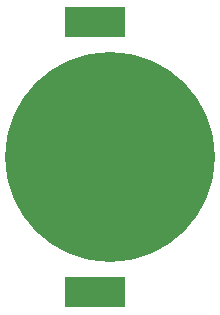
<source format=gbp>
G04*
G04 #@! TF.GenerationSoftware,Altium Limited,Altium Designer,19.0.10 (269)*
G04*
G04 Layer_Color=128*
%FSLAX25Y25*%
%MOIN*%
G70*
G01*
G75*
%ADD46C,0.70000*%
%ADD47R,0.20000X0.10000*%
D46*
X40000Y52000D02*
D03*
D47*
X35000Y7000D02*
D03*
Y97000D02*
D03*
M02*

</source>
